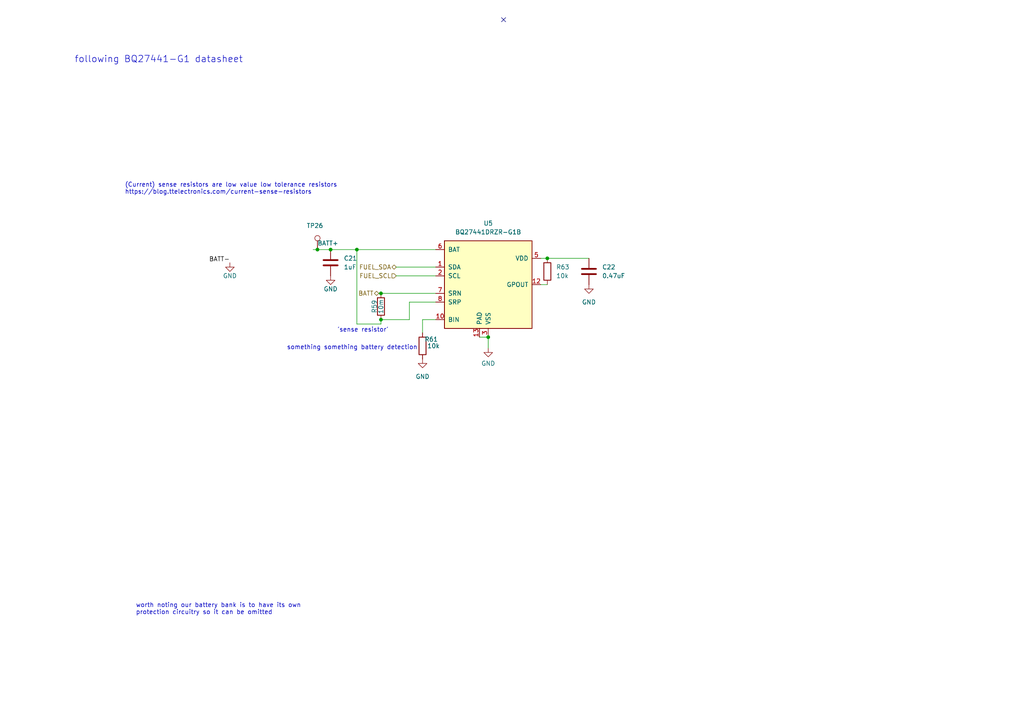
<source format=kicad_sch>
(kicad_sch (version 20210621) (generator eeschema)
  (paper "A4")
  (title_block (title "Power and battery") (rev "indev"))
  (lib_symbols
    (symbol "Battery_Management:BQ27441DRZR-G1B" (pin_names (offset 1.016))
      (property "Reference" "U" (at -5.08 15.875 0))
      (property "Value" "BQ27441DRZR-G1B" (at -5.08 13.97 0))
      (symbol "BQ27441DRZR-G1B_0_1"
        (rectangle (start -12.7 12.7) (end 12.7 -12.7) (stroke (width 0.254)) (fill (type background)))
      )
      (symbol "BQ27441DRZR-G1B_1_1"
        (pin bidirectional line (at -15.24 5.08 0) (length 2.54) (name "SDA") (number "1"))
        (pin input line (at -15.24 -10.16 0) (length 2.54) (name "BIN") (number "10"))
        (pin no_connect line (at 10.16 -2.54 180) (length 2.54) hide (name "NC") (number "11"))
        (pin output line (at 15.24 0 180) (length 2.54) (name "GPOUT") (number "12"))
        (pin power_in line (at -2.54 -15.24 90) (length 2.54) (name "PAD") (number "13"))
        (pin input line (at -15.24 2.54 0) (length 2.54) (name "SCL") (number "2"))
        (pin power_in line (at 0 -15.24 90) (length 2.54) (name "VSS") (number "3"))
        (pin no_connect line (at 10.16 -7.62 180) (length 2.54) hide (name "NC") (number "4"))
        (pin power_out line (at 15.24 7.62 180) (length 2.54) (name "VDD") (number "5"))
        (pin power_in line (at -15.24 10.16 0) (length 2.54) (name "BAT") (number "6"))
        (pin input line (at -15.24 -2.54 0) (length 2.54) (name "SRN") (number "7"))
        (pin input line (at -15.24 -5.08 0) (length 2.54) (name "SRP") (number "8"))
        (pin no_connect line (at 10.16 -5.08 180) (length 2.54) hide (name "NC") (number "9"))
      )
    )
    (symbol "Connector:TestPoint" (pin_numbers hide) (pin_names (offset 0.762) hide)
      (property "Reference" "TP" (at 0 6.858 0))
      (property "Value" "TestPoint" (at 0 5.08 0))
      (symbol "TestPoint_0_1"
        (circle (center 0 3.302) (radius 0.762))
      )
      (symbol "TestPoint_1_1"
        (pin passive line (at 0 0 90) (length 2.54) (name "1") (number "1"))
      )
    )
    (symbol "Device:C" (pin_numbers hide) (pin_names (offset 0.254))
      (property "Reference" "C" (at 0.635 2.54 0))
      (property "Value" "C" (at 0.635 -2.54 0))
      (symbol "C_0_1"
        (polyline (pts (xy -2.032 -0.762) (xy 2.032 -0.762)) (stroke (width 0.508)))
        (polyline (pts (xy -2.032 0.762) (xy 2.032 0.762)) (stroke (width 0.508)))
      )
      (symbol "C_1_1"
        (pin passive line (at 0 3.81 270) (length 2.794) (name "~") (number "1"))
        (pin passive line (at 0 -3.81 90) (length 2.794) (name "~") (number "2"))
      )
    )
    (symbol "Device:R" (pin_numbers hide) (pin_names (offset 0))
      (property "Reference" "R" (at 2.032 0 90))
      (property "Value" "R" (at 0 0 90))
      (symbol "R_0_1"
        (rectangle (start -1.016 -2.54) (end 1.016 2.54) (stroke (width 0.254)))
      )
      (symbol "R_1_1"
        (pin passive line (at 0 3.81 270) (length 1.27) (name "~") (number "1"))
        (pin passive line (at 0 -3.81 90) (length 1.27) (name "~") (number "2"))
      )
    )
    (symbol "power:GND" (power) (pin_names (offset 0))
      (property "Value" "GND" (at 0 -3.81 0))
      (symbol "GND_0_1"
        (polyline (pts (xy 0 0) (xy 0 -1.27) (xy 1.27 -1.27) (xy 0 -2.54) (xy -1.27 -1.27) (xy 0 -1.27)))
      )
      (symbol "GND_1_1"
        (pin power_in line (at 0 0 270) (length 0) hide (name "GND") (number "1"))
      )
    )
  )
  (junction (at 92.075 72.39) (diameter 0.9144))
  (junction (at 95.885 72.39) (diameter 0.9144))
  (junction (at 103.505 72.39) (diameter 0.9144))
  (junction (at 110.49 85.09) (diameter 0.9144))
  (junction (at 110.49 92.71) (diameter 0.9144))
  (junction (at 141.605 97.79) (diameter 0.9144))
  (junction (at 158.75 74.93) (diameter 0.9144))
  (no_connect (at 146.05 5.715))
  (wire (pts (xy 90.805 72.39) (xy 92.075 72.39)))
  (wire (pts (xy 92.075 72.39) (xy 95.885 72.39)))
  (wire (pts (xy 95.885 72.39) (xy 103.505 72.39)))
  (wire (pts (xy 103.505 72.39) (xy 103.505 93.98)))
  (wire (pts (xy 103.505 72.39) (xy 126.365 72.39)))
  (wire (pts (xy 103.505 93.98) (xy 110.49 93.98)))
  (wire (pts (xy 109.855 85.09) (xy 110.49 85.09)))
  (wire (pts (xy 110.49 85.09) (xy 126.365 85.09)))
  (wire (pts (xy 110.49 93.98) (xy 110.49 92.71)))
  (wire (pts (xy 114.935 77.47) (xy 126.365 77.47)))
  (wire (pts (xy 114.935 80.01) (xy 126.365 80.01)))
  (wire (pts (xy 118.745 87.63) (xy 118.745 92.71)))
  (wire (pts (xy 118.745 92.71) (xy 110.49 92.71)))
  (wire (pts (xy 122.555 92.71) (xy 126.365 92.71)))
  (wire (pts (xy 122.555 96.52) (xy 122.555 92.71)))
  (wire (pts (xy 126.365 87.63) (xy 118.745 87.63)))
  (wire (pts (xy 139.065 97.79) (xy 141.605 97.79)))
  (wire (pts (xy 141.605 97.79) (xy 141.605 100.965)))
  (wire (pts (xy 156.845 74.93) (xy 158.75 74.93)))
  (wire (pts (xy 156.845 82.55) (xy 158.75 82.55)))
  (wire (pts (xy 158.75 74.93) (xy 170.815 74.93)))
  (text "following BQ27441-G1 datasheet" (at 21.59 18.415 0) (effects (font (size 1.905 1.905)) (justify left bottom)))
  (text "(Current) sense resistors are low value low tolerance resistors \nhttps://blog.ttelectronics.com/current-sense-resistors\n" (at 36.195 56.515 0) (effects (font (size 1.27 1.27)) (justify left bottom)))
  (text "worth noting our battery bank is to have its own\nprotection circuitry so it can be omitted" (at 39.37 178.435 0) (effects (font (size 1.27 1.27)) (justify left bottom)))
  (text "something something battery detection" (at 83.185 101.6 0) (effects (font (size 1.27 1.27)) (justify left bottom)))
  (text "'sense resistor'" (at 97.79 96.52 0) (effects (font (size 1.27 1.27)) (justify left bottom)))
  (label "BATT-" (at 66.675 76.2 180))
  (hierarchical_label "BATT" (shape bidirectional) (at 109.855 85.09 180))
  (hierarchical_label "FUEL_SDA" (shape bidirectional) (at 114.935 77.47 180))
  (hierarchical_label "FUEL_SCL" (shape input) (at 114.935 80.01 180))
  (symbol (lib_id "Connector:TestPoint") (at 92.075 72.39 0) (unit 1)
    (property "Reference" "TP26" (at 88.9 65.4684 0) (effects (justify left)))
    (property "Value" "BATT+" (at 92.075 70.5484 0) (effects (justify left)))
    (property "Footprint" "TestPoint:TestPoint_Pad_1.0x1.0mm" (effects hide))
  )
  (symbol (lib_id "power:GND") (at 66.675 76.2 0) (unit 1)
    (property "Reference" "#PWR0105" (effects hide))
    (property "Value" "GND" (at 66.675 80.01 0))
  )
  (symbol (lib_id "power:GND") (at 95.885 80.01 0) (unit 1)
    (property "Reference" "#PWR048" (effects hide))
    (property "Value" "GND" (at 95.885 83.82 0))
  )
  (symbol (lib_id "power:GND") (at 122.555 104.14 0) (unit 1)
    (property "Reference" "#PWR049" (effects hide))
    (property "Value" "GND" (at 122.555 109.22 0))
  )
  (symbol (lib_id "power:GND") (at 141.605 100.965 0) (unit 1)
    (property "Reference" "#PWR050" (effects hide))
    (property "Value" "GND" (at 141.605 105.41 0))
  )
  (symbol (lib_id "power:GND") (at 170.815 82.55 0) (unit 1)
    (property "Reference" "#PWR051" (effects hide))
    (property "Value" "GND" (at 170.815 87.63 0))
  )
  (symbol (lib_id "Device:R") (at 110.49 88.9 180) (unit 1)
    (property "Reference" "R59" (at 108.585 88.9 90))
    (property "Value" "10m" (at 110.49 88.9 90))
    (property "Footprint" "Resistor_SMD:R_2816_7142Metric_Pad3.20x4.45mm_HandSolder" (effects hide))
  )
  (symbol (lib_id "Device:R") (at 122.555 100.33 180) (unit 1)
    (property "Reference" "R61" (at 125.095 98.425 0))
    (property "Value" "10k" (at 125.73 100.33 0))
    (property "Footprint" "Resistor_SMD:R_0402_1005Metric_Pad0.72x0.64mm_HandSolder" (effects hide))
  )
  (symbol (lib_id "Device:R") (at 158.75 78.74 0) (unit 1)
    (property "Reference" "R63" (at 161.29 77.4699 0) (effects (justify left)))
    (property "Value" "10k" (at 161.29 80.0099 0) (effects (justify left)))
    (property "Footprint" "Resistor_SMD:R_0603_1608Metric_Pad0.98x0.95mm_HandSolder" (effects hide))
  )
  (symbol (lib_id "Device:C") (at 95.885 76.2 0) (unit 1)
    (property "Reference" "C21" (at 99.695 74.9299 0) (effects (justify left)))
    (property "Value" "1uF" (at 99.695 77.4699 0) (effects (justify left)))
    (property "Footprint" "Capacitor_SMD:C_0603_1608Metric_Pad1.08x0.95mm_HandSolder" (effects hide))
  )
  (symbol (lib_id "Device:C") (at 170.815 78.74 0) (unit 1)
    (property "Reference" "C22" (at 174.625 77.4699 0) (effects (justify left)))
    (property "Value" "0.47uF" (at 174.625 80.0099 0) (effects (justify left)))
    (property "Footprint" "Capacitor_SMD:C_0603_1608Metric_Pad1.08x0.95mm_HandSolder" (effects hide))
  )
  (symbol (lib_id "Battery_Management:BQ27441DRZR-G1B") (at 141.605 82.55 0) (unit 1)
    (property "Reference" "U5" (at 141.605 64.77 0))
    (property "Value" "BQ27441DRZR-G1B" (at 141.605 67.31 0))
    (property "Footprint" "Package_SON:Texas_S-PDSO-N12" (effects hide))
    (property "Datasheet" "http://www.ti.com/lit/ds/symlink/bq27441-g1.pdf" (effects hide))
  )
)
</source>
